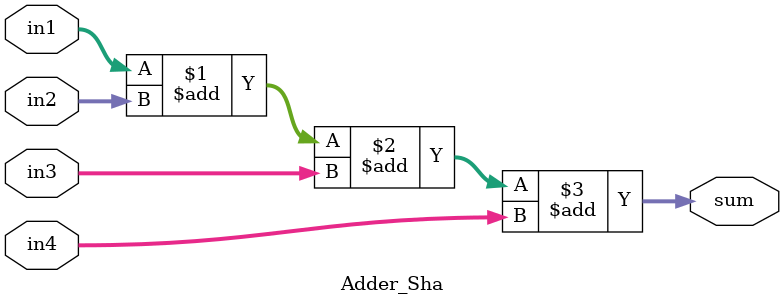
<source format=v>
module Adder_Sha (
    input  wire [31:0] in1,  // Đầu vào thứ nhất
    input  wire [31:0] in2,  // Đầu vào thứ hai
    input  wire [31:0] in3,  // Đầu vào thứ ba
    input  wire [31:0] in4,  // Đầu vào thứ tư
    output wire [31:0] sum   // Kết quả đầu ra
);

    // Thực hiện phép cộng modulo 2^32
    assign sum = in1 + in2 + in3 + in4;

endmodule
</source>
